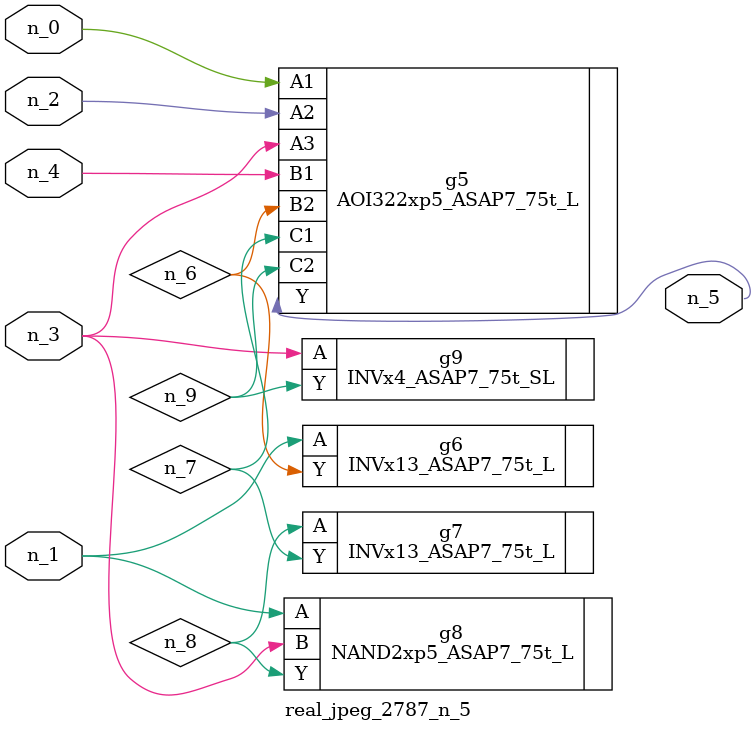
<source format=v>
module real_jpeg_2787_n_5 (n_4, n_0, n_1, n_2, n_3, n_5);

input n_4;
input n_0;
input n_1;
input n_2;
input n_3;

output n_5;

wire n_8;
wire n_6;
wire n_7;
wire n_9;

AOI322xp5_ASAP7_75t_L g5 ( 
.A1(n_0),
.A2(n_2),
.A3(n_3),
.B1(n_4),
.B2(n_6),
.C1(n_7),
.C2(n_9),
.Y(n_5)
);

INVx13_ASAP7_75t_L g6 ( 
.A(n_1),
.Y(n_6)
);

NAND2xp5_ASAP7_75t_L g8 ( 
.A(n_1),
.B(n_3),
.Y(n_8)
);

INVx4_ASAP7_75t_SL g9 ( 
.A(n_3),
.Y(n_9)
);

INVx13_ASAP7_75t_L g7 ( 
.A(n_8),
.Y(n_7)
);


endmodule
</source>
